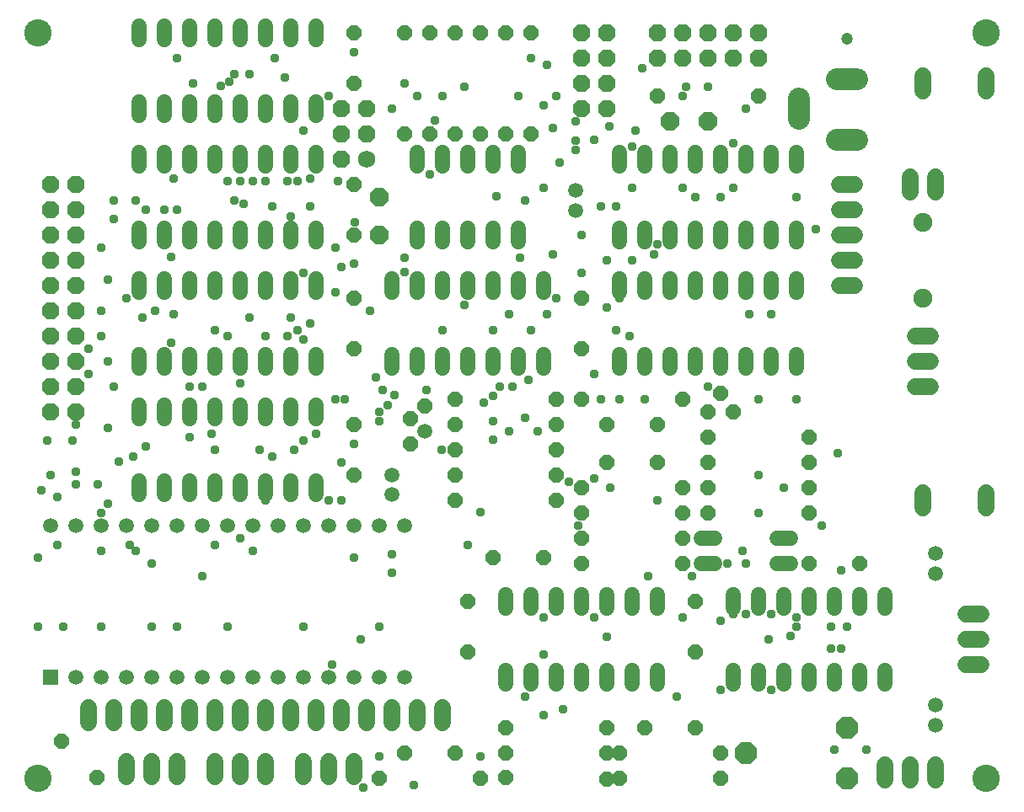
<source format=gbr>
G04 EAGLE Gerber RS-274X export*
G75*
%MOMM*%
%FSLAX34Y34*%
%LPD*%
%INSoldermask Top*%
%IPPOS*%
%AMOC8*
5,1,8,0,0,1.08239X$1,22.5*%
G01*
G04 Define Apertures*
%ADD10C,2.743200*%
%ADD11R,1.511200X1.511200*%
%ADD12C,1.511200*%
%ADD13P,1.649562X8X202.500000*%
%ADD14P,1.649562X8X292.500000*%
%ADD15P,1.649562X8X112.500000*%
%ADD16P,1.649562X8X22.500000*%
%ADD17P,1.649562X8X157.500000*%
%ADD18C,1.903200*%
%ADD19C,1.524000*%
%ADD20C,1.727200*%
%ADD21C,2.203200*%
%ADD22C,1.203200*%
%ADD23P,1.635708X8X22.500000*%
%ADD24P,1.649562X8X201.900000*%
%ADD25P,2.364373X8X112.500000*%
%ADD26P,1.869504X8X202.500000*%
%ADD27P,1.869504X8X112.500000*%
%ADD28C,1.711200*%
%ADD29P,1.869504X8X22.500000*%
%ADD30C,1.727200*%
%ADD31P,1.951982X8X22.500000*%
%ADD32C,0.959600*%
D10*
X25400Y25400D03*
X977900Y25400D03*
X977900Y774700D03*
X25400Y774700D03*
D11*
X38100Y127000D03*
D12*
X63500Y127000D03*
X88900Y127000D03*
X114300Y127000D03*
X139700Y127000D03*
X165100Y127000D03*
X190500Y127000D03*
X215900Y127000D03*
X241300Y127000D03*
X266700Y127000D03*
X292100Y127000D03*
X317500Y127000D03*
X342900Y127000D03*
X368300Y127000D03*
X393700Y127000D03*
X393700Y279400D03*
X368300Y279400D03*
X342900Y279400D03*
X317500Y279400D03*
X292100Y279400D03*
X266700Y279400D03*
X241300Y279400D03*
X215900Y279400D03*
X190500Y279400D03*
X165100Y279400D03*
X139700Y279400D03*
X114300Y279400D03*
X88900Y279400D03*
X63500Y279400D03*
X38100Y279400D03*
D13*
X647700Y381000D03*
X596900Y381000D03*
D14*
X342900Y381000D03*
X342900Y330200D03*
D15*
X457200Y152400D03*
X457200Y203200D03*
X685800Y152400D03*
X685800Y203200D03*
D14*
X342900Y622300D03*
X342900Y571500D03*
X342900Y508000D03*
X342900Y457200D03*
X571500Y508000D03*
X571500Y457200D03*
D12*
X565150Y616425D03*
X565150Y596425D03*
X381000Y330675D03*
X381000Y310675D03*
X927100Y251300D03*
X927100Y231300D03*
X927100Y98900D03*
X927100Y78900D03*
D16*
X635000Y76200D03*
X685800Y76200D03*
D13*
X533400Y247650D03*
X482600Y247650D03*
D16*
X393700Y50800D03*
X444500Y50800D03*
D17*
X84636Y26489D03*
X48714Y62411D03*
D16*
X596900Y342900D03*
X647700Y342900D03*
D13*
X850900Y241300D03*
X800100Y241300D03*
D18*
X914400Y584200D03*
X914400Y508000D03*
D19*
X705104Y241300D02*
X691896Y241300D01*
X768096Y241300D02*
X781304Y241300D01*
X705104Y266700D02*
X691896Y266700D01*
X768096Y266700D02*
X781304Y266700D01*
X381000Y437896D02*
X381000Y451104D01*
X406400Y451104D02*
X406400Y437896D01*
X533400Y437896D02*
X533400Y451104D01*
X533400Y514096D02*
X533400Y527304D01*
X431800Y451104D02*
X431800Y437896D01*
X457200Y437896D02*
X457200Y451104D01*
X508000Y451104D02*
X508000Y437896D01*
X482600Y437896D02*
X482600Y451104D01*
X508000Y514096D02*
X508000Y527304D01*
X482600Y527304D02*
X482600Y514096D01*
X457200Y514096D02*
X457200Y527304D01*
X431800Y527304D02*
X431800Y514096D01*
X406400Y514096D02*
X406400Y527304D01*
X381000Y527304D02*
X381000Y514096D01*
X127000Y324104D02*
X127000Y310896D01*
X152400Y310896D02*
X152400Y324104D01*
X279400Y324104D02*
X279400Y310896D01*
X304800Y310896D02*
X304800Y324104D01*
X177800Y324104D02*
X177800Y310896D01*
X203200Y310896D02*
X203200Y324104D01*
X254000Y324104D02*
X254000Y310896D01*
X228600Y310896D02*
X228600Y324104D01*
X304800Y387096D02*
X304800Y400304D01*
X279400Y400304D02*
X279400Y387096D01*
X254000Y387096D02*
X254000Y400304D01*
X228600Y400304D02*
X228600Y387096D01*
X203200Y387096D02*
X203200Y400304D01*
X177800Y400304D02*
X177800Y387096D01*
X152400Y387096D02*
X152400Y400304D01*
X127000Y400304D02*
X127000Y387096D01*
X127000Y437896D02*
X127000Y451104D01*
X152400Y451104D02*
X152400Y437896D01*
X279400Y437896D02*
X279400Y451104D01*
X304800Y451104D02*
X304800Y437896D01*
X177800Y437896D02*
X177800Y451104D01*
X203200Y451104D02*
X203200Y437896D01*
X254000Y437896D02*
X254000Y451104D01*
X228600Y451104D02*
X228600Y437896D01*
X304800Y514096D02*
X304800Y527304D01*
X279400Y527304D02*
X279400Y514096D01*
X254000Y514096D02*
X254000Y527304D01*
X228600Y527304D02*
X228600Y514096D01*
X203200Y514096D02*
X203200Y527304D01*
X177800Y527304D02*
X177800Y514096D01*
X152400Y514096D02*
X152400Y527304D01*
X127000Y527304D02*
X127000Y514096D01*
X127000Y564896D02*
X127000Y578104D01*
X152400Y578104D02*
X152400Y564896D01*
X279400Y564896D02*
X279400Y578104D01*
X304800Y578104D02*
X304800Y564896D01*
X177800Y564896D02*
X177800Y578104D01*
X203200Y578104D02*
X203200Y564896D01*
X254000Y564896D02*
X254000Y578104D01*
X228600Y578104D02*
X228600Y564896D01*
X304800Y641096D02*
X304800Y654304D01*
X279400Y654304D02*
X279400Y641096D01*
X254000Y641096D02*
X254000Y654304D01*
X228600Y654304D02*
X228600Y641096D01*
X203200Y641096D02*
X203200Y654304D01*
X177800Y654304D02*
X177800Y641096D01*
X152400Y641096D02*
X152400Y654304D01*
X127000Y654304D02*
X127000Y641096D01*
X127000Y691896D02*
X127000Y705104D01*
X152400Y705104D02*
X152400Y691896D01*
X279400Y691896D02*
X279400Y705104D01*
X304800Y705104D02*
X304800Y691896D01*
X177800Y691896D02*
X177800Y705104D01*
X203200Y705104D02*
X203200Y691896D01*
X254000Y691896D02*
X254000Y705104D01*
X228600Y705104D02*
X228600Y691896D01*
X304800Y768096D02*
X304800Y781304D01*
X279400Y781304D02*
X279400Y768096D01*
X254000Y768096D02*
X254000Y781304D01*
X228600Y781304D02*
X228600Y768096D01*
X203200Y768096D02*
X203200Y781304D01*
X177800Y781304D02*
X177800Y768096D01*
X152400Y768096D02*
X152400Y781304D01*
X127000Y781304D02*
X127000Y768096D01*
X609600Y451104D02*
X609600Y437896D01*
X635000Y437896D02*
X635000Y451104D01*
X762000Y451104D02*
X762000Y437896D01*
X787400Y437896D02*
X787400Y451104D01*
X660400Y451104D02*
X660400Y437896D01*
X685800Y437896D02*
X685800Y451104D01*
X736600Y451104D02*
X736600Y437896D01*
X711200Y437896D02*
X711200Y451104D01*
X787400Y514096D02*
X787400Y527304D01*
X762000Y527304D02*
X762000Y514096D01*
X736600Y514096D02*
X736600Y527304D01*
X711200Y527304D02*
X711200Y514096D01*
X685800Y514096D02*
X685800Y527304D01*
X660400Y527304D02*
X660400Y514096D01*
X635000Y514096D02*
X635000Y527304D01*
X609600Y527304D02*
X609600Y514096D01*
X609600Y564896D02*
X609600Y578104D01*
X635000Y578104D02*
X635000Y564896D01*
X762000Y564896D02*
X762000Y578104D01*
X787400Y578104D02*
X787400Y564896D01*
X660400Y564896D02*
X660400Y578104D01*
X685800Y578104D02*
X685800Y564896D01*
X736600Y564896D02*
X736600Y578104D01*
X711200Y578104D02*
X711200Y564896D01*
X787400Y641096D02*
X787400Y654304D01*
X762000Y654304D02*
X762000Y641096D01*
X736600Y641096D02*
X736600Y654304D01*
X711200Y654304D02*
X711200Y641096D01*
X685800Y641096D02*
X685800Y654304D01*
X660400Y654304D02*
X660400Y641096D01*
X635000Y641096D02*
X635000Y654304D01*
X609600Y654304D02*
X609600Y641096D01*
D20*
X957580Y190500D02*
X972820Y190500D01*
X972820Y165100D02*
X957580Y165100D01*
X957580Y139700D02*
X972820Y139700D01*
D19*
X495300Y133604D02*
X495300Y120396D01*
X520700Y120396D02*
X520700Y133604D01*
X647700Y133604D02*
X647700Y120396D01*
X647700Y196596D02*
X647700Y209804D01*
X546100Y133604D02*
X546100Y120396D01*
X571500Y120396D02*
X571500Y133604D01*
X622300Y133604D02*
X622300Y120396D01*
X596900Y120396D02*
X596900Y133604D01*
X622300Y196596D02*
X622300Y209804D01*
X596900Y209804D02*
X596900Y196596D01*
X571500Y196596D02*
X571500Y209804D01*
X546100Y209804D02*
X546100Y196596D01*
X520700Y196596D02*
X520700Y209804D01*
X495300Y209804D02*
X495300Y196596D01*
X723900Y133604D02*
X723900Y120396D01*
X749300Y120396D02*
X749300Y133604D01*
X876300Y133604D02*
X876300Y120396D01*
X876300Y196596D02*
X876300Y209804D01*
X774700Y133604D02*
X774700Y120396D01*
X800100Y120396D02*
X800100Y133604D01*
X850900Y133604D02*
X850900Y120396D01*
X825500Y120396D02*
X825500Y133604D01*
X850900Y196596D02*
X850900Y209804D01*
X825500Y209804D02*
X825500Y196596D01*
X800100Y196596D02*
X800100Y209804D01*
X774700Y209804D02*
X774700Y196596D01*
X749300Y196596D02*
X749300Y209804D01*
X723900Y209804D02*
X723900Y196596D01*
D21*
X828200Y667500D02*
X848200Y667500D01*
X848200Y728500D02*
X828200Y728500D01*
X790200Y708500D02*
X790200Y688500D01*
D22*
X838200Y768500D03*
D20*
X292100Y42545D02*
X292100Y27305D01*
X317500Y27305D02*
X317500Y42545D01*
X342900Y42545D02*
X342900Y27305D01*
X203200Y27305D02*
X203200Y42545D01*
X228600Y42545D02*
X228600Y27305D01*
X254000Y27305D02*
X254000Y42545D01*
X114300Y42545D02*
X114300Y27305D01*
X139700Y27305D02*
X139700Y42545D01*
X165100Y42545D02*
X165100Y27305D01*
D23*
X413544Y400050D03*
X399256Y387350D03*
D12*
X413544Y374650D03*
D23*
X399256Y361950D03*
D20*
X906780Y419100D02*
X922020Y419100D01*
X922020Y444500D02*
X906780Y444500D01*
X906780Y469900D02*
X922020Y469900D01*
D16*
X723900Y393700D03*
X711200Y412750D03*
X698500Y393700D03*
D13*
X673100Y406400D03*
X571500Y406400D03*
X711200Y50800D03*
X609600Y50800D03*
D24*
X596897Y24868D03*
X495303Y25932D03*
D13*
X711200Y25400D03*
X609600Y25400D03*
D16*
X571500Y292100D03*
X673100Y292100D03*
D13*
X800100Y342900D03*
X698500Y342900D03*
X546100Y330200D03*
X444500Y330200D03*
X800100Y292100D03*
X698500Y292100D03*
D16*
X571500Y317500D03*
X673100Y317500D03*
D13*
X800100Y317500D03*
X698500Y317500D03*
D16*
X444500Y406400D03*
X546100Y406400D03*
X698500Y368300D03*
X800100Y368300D03*
X444500Y355600D03*
X546100Y355600D03*
D15*
X520700Y673100D03*
X520700Y774700D03*
X495300Y673100D03*
X495300Y774700D03*
X469900Y673100D03*
X469900Y774700D03*
X444500Y673100D03*
X444500Y774700D03*
X419100Y673100D03*
X419100Y774700D03*
X393700Y673100D03*
X393700Y774700D03*
D16*
X368300Y25400D03*
X469900Y25400D03*
X495300Y76200D03*
X596900Y76200D03*
X571500Y241300D03*
X673100Y241300D03*
X571500Y266700D03*
X673100Y266700D03*
X444500Y304800D03*
X546100Y304800D03*
D25*
X838200Y25400D03*
X736600Y50800D03*
X838200Y76200D03*
D13*
X596900Y50800D03*
X495300Y50800D03*
D19*
X406400Y564896D02*
X406400Y578104D01*
X431800Y578104D02*
X431800Y564896D01*
X482600Y641096D02*
X482600Y654304D01*
X457200Y654304D02*
X457200Y641096D01*
X457200Y578104D02*
X457200Y564896D01*
X482600Y564896D02*
X482600Y578104D01*
X508000Y641096D02*
X508000Y654304D01*
X508000Y578104D02*
X508000Y564896D01*
X431800Y641096D02*
X431800Y654304D01*
X406400Y654304D02*
X406400Y641096D01*
D26*
X749300Y774700D03*
X723900Y774700D03*
X698500Y774700D03*
X673100Y774700D03*
X647700Y774700D03*
X749300Y749300D03*
X723900Y749300D03*
X698500Y749300D03*
X673100Y749300D03*
X647700Y749300D03*
D27*
X596900Y698500D03*
X596900Y723900D03*
X596900Y749300D03*
X596900Y774700D03*
X571500Y698500D03*
X571500Y723900D03*
X571500Y749300D03*
X571500Y774700D03*
D20*
X431800Y96520D02*
X431800Y81280D01*
X406400Y81280D02*
X406400Y96520D01*
X381000Y96520D02*
X381000Y81280D01*
X355600Y81280D02*
X355600Y96520D01*
X330200Y96520D02*
X330200Y81280D01*
X304800Y81280D02*
X304800Y96520D01*
X279400Y96520D02*
X279400Y81280D01*
X254000Y81280D02*
X254000Y96520D01*
X228600Y96520D02*
X228600Y81280D01*
X203200Y81280D02*
X203200Y96520D01*
X177800Y96520D02*
X177800Y81280D01*
X152400Y81280D02*
X152400Y96520D01*
X127000Y96520D02*
X127000Y81280D01*
X101600Y81280D02*
X101600Y96520D01*
X76200Y96520D02*
X76200Y81280D01*
D16*
X444500Y381000D03*
X546100Y381000D03*
D20*
X876300Y39370D02*
X876300Y24130D01*
X901700Y24130D02*
X901700Y39370D01*
X927100Y39370D02*
X927100Y24130D01*
D28*
X914400Y297420D02*
X914400Y312500D01*
X914400Y716520D02*
X914400Y731600D01*
X977900Y312500D02*
X977900Y297420D01*
X977900Y716520D02*
X977900Y731600D01*
D20*
X901700Y629920D02*
X901700Y614680D01*
X927100Y614680D02*
X927100Y629920D01*
X845820Y520700D02*
X830580Y520700D01*
X830580Y546100D02*
X845820Y546100D01*
X845820Y571500D02*
X830580Y571500D01*
X830580Y596900D02*
X845820Y596900D01*
X845820Y622300D02*
X830580Y622300D01*
D16*
X647700Y711200D03*
X749300Y711200D03*
D29*
X63500Y393700D03*
X63500Y419100D03*
X63500Y444500D03*
X63500Y469900D03*
X63500Y495300D03*
X63500Y520700D03*
X38100Y393700D03*
X38100Y419100D03*
X38100Y444500D03*
X38100Y469900D03*
X38100Y495300D03*
X38100Y520700D03*
X63500Y546100D03*
X63500Y571500D03*
X38100Y546100D03*
X38100Y571500D03*
X63500Y596900D03*
X38100Y596900D03*
X63500Y622300D03*
X38100Y622300D03*
D30*
X355600Y647700D03*
D27*
X355600Y673100D03*
X355600Y698500D03*
X330200Y647700D03*
X330200Y673100D03*
X330200Y698500D03*
D14*
X342900Y774700D03*
X342900Y723900D03*
D31*
X698500Y685800D03*
X660400Y685800D03*
X368300Y571500D03*
X368300Y609600D03*
D32*
X342900Y542925D03*
X63500Y381000D03*
X63500Y333375D03*
X781050Y168275D03*
X381000Y250825D03*
X381000Y231775D03*
X625475Y676275D03*
X571500Y571500D03*
X571500Y533400D03*
X358775Y495300D03*
X482600Y384175D03*
X482600Y365788D03*
X787400Y609600D03*
X685800Y609600D03*
X711200Y609600D03*
X393700Y723900D03*
X342900Y755650D03*
X330200Y539750D03*
X596900Y546100D03*
X133350Y358775D03*
X368300Y177800D03*
X50800Y177800D03*
X165100Y749300D03*
X263525Y749300D03*
X282575Y355600D03*
X203200Y355600D03*
X247650Y355600D03*
X88900Y177800D03*
X139700Y177800D03*
X215900Y177800D03*
X292100Y177800D03*
X533400Y619125D03*
X342900Y361950D03*
X749300Y292100D03*
X609600Y508000D03*
X165100Y177800D03*
X25400Y177800D03*
X34925Y365125D03*
X609600Y406400D03*
X635000Y406400D03*
X590550Y406400D03*
X498475Y374650D03*
X527050Y374650D03*
X546100Y508000D03*
X717550Y241300D03*
X736600Y241300D03*
X498475Y492125D03*
X38100Y330200D03*
X60325Y365125D03*
X304800Y371475D03*
X317500Y304800D03*
X190500Y419100D03*
X200025Y371475D03*
X76200Y431800D03*
X76200Y457200D03*
X323850Y406400D03*
X330200Y304800D03*
X203200Y476250D03*
X276225Y625475D03*
X254000Y625475D03*
X254000Y469900D03*
X215900Y469900D03*
X215900Y625475D03*
X238125Y733425D03*
X590550Y600075D03*
X565150Y666750D03*
X542925Y679450D03*
X520700Y749300D03*
X177800Y419100D03*
X180975Y723900D03*
X606425Y600075D03*
X565150Y685800D03*
X536575Y742950D03*
X545818Y711200D03*
X222403Y733578D03*
X95250Y301625D03*
X254000Y304800D03*
X228600Y266700D03*
X342900Y247650D03*
X130175Y488950D03*
X95250Y444500D03*
X101600Y419100D03*
X101600Y606425D03*
X123825Y606425D03*
X619352Y470409D03*
X279400Y488950D03*
X298450Y482600D03*
X158750Y463550D03*
X292100Y466725D03*
X644525Y552450D03*
X365125Y428625D03*
X376989Y400886D03*
X473075Y403507D03*
X517917Y426358D03*
X698500Y419100D03*
X762000Y492125D03*
X584200Y431800D03*
X584200Y667032D03*
X806450Y577850D03*
X676275Y720725D03*
X698500Y720725D03*
X736600Y698500D03*
X673100Y619125D03*
X673100Y711200D03*
X549275Y644525D03*
X520700Y476250D03*
X606425Y476250D03*
X622300Y660400D03*
X622300Y619125D03*
X647700Y561975D03*
X632297Y739303D03*
X598959Y680566D03*
X723900Y619125D03*
X723900Y663575D03*
X831850Y234950D03*
X733425Y254000D03*
X622300Y546100D03*
X749300Y406400D03*
X787400Y406400D03*
X454025Y501650D03*
X470004Y293426D03*
X393926Y534373D03*
X393838Y548995D03*
X330200Y342900D03*
X101600Y587375D03*
X152400Y596900D03*
X333375Y406400D03*
X383722Y410342D03*
X106834Y344016D03*
X501650Y419100D03*
X552450Y95250D03*
X469900Y47625D03*
X711200Y114300D03*
X514350Y107950D03*
X533400Y88900D03*
X533400Y187325D03*
X533400Y149961D03*
X597027Y168148D03*
X758952Y164973D03*
X762127Y114173D03*
X542925Y552010D03*
X558574Y323133D03*
X666750Y107950D03*
X403225Y19050D03*
X352425Y15875D03*
X825500Y53975D03*
X857250Y53975D03*
X647700Y304800D03*
X762000Y190500D03*
X565150Y657225D03*
X533400Y701675D03*
X317500Y711200D03*
X736600Y190500D03*
X638175Y228600D03*
X682625Y228600D03*
X567862Y279174D03*
X482600Y409575D03*
X723900Y190500D03*
X431800Y476250D03*
X482600Y476250D03*
X285750Y476250D03*
X292100Y533400D03*
X787400Y187325D03*
X812800Y279400D03*
X371475Y415925D03*
X828675Y352425D03*
X600075Y317500D03*
X584200Y327025D03*
X774207Y317500D03*
X748807Y330200D03*
X415925Y415516D03*
X514350Y387929D03*
X241300Y625475D03*
X238125Y488950D03*
X323850Y514350D03*
X509363Y548922D03*
X323850Y558800D03*
X419100Y632277D03*
X431075Y355357D03*
X292100Y365125D03*
X177800Y368300D03*
X142875Y495300D03*
X88900Y469900D03*
X88900Y495300D03*
X514350Y606425D03*
X161925Y628650D03*
X165100Y596900D03*
X228600Y625475D03*
X222250Y606425D03*
X485775Y610263D03*
X406400Y711200D03*
X381000Y698500D03*
X273050Y730250D03*
X454025Y720725D03*
X424334Y686916D03*
X217092Y726036D03*
X508096Y711104D03*
X431800Y711200D03*
X209078Y721197D03*
X368300Y47625D03*
X327025Y625475D03*
X285750Y625475D03*
X279400Y590550D03*
X292100Y676275D03*
X343828Y584581D03*
X190500Y228600D03*
X25400Y247650D03*
X203200Y260350D03*
X133350Y596900D03*
X139700Y241300D03*
X88900Y292100D03*
X739775Y492125D03*
X596900Y498475D03*
X536575Y492125D03*
X488950Y419100D03*
X228600Y422275D03*
X95250Y377825D03*
X260350Y349250D03*
X120650Y349250D03*
X260350Y600075D03*
X368224Y384099D03*
X320675Y139862D03*
X276225Y469900D03*
X161925Y492125D03*
X158750Y549275D03*
X88900Y558800D03*
X349250Y165100D03*
X368300Y393700D03*
X241300Y254000D03*
X88900Y254000D03*
X123825Y254000D03*
X44450Y260350D03*
X114300Y508000D03*
X117399Y260426D03*
X63500Y320675D03*
X95250Y527050D03*
X29047Y314797D03*
X85443Y320675D03*
X838200Y177800D03*
X831850Y155575D03*
X457200Y260350D03*
X44450Y307975D03*
X298450Y628650D03*
X298450Y600174D03*
X231775Y603250D03*
X584200Y187325D03*
X673100Y187325D03*
X711200Y184150D03*
X787400Y177800D03*
X822325Y177800D03*
X822325Y155575D03*
M02*

</source>
